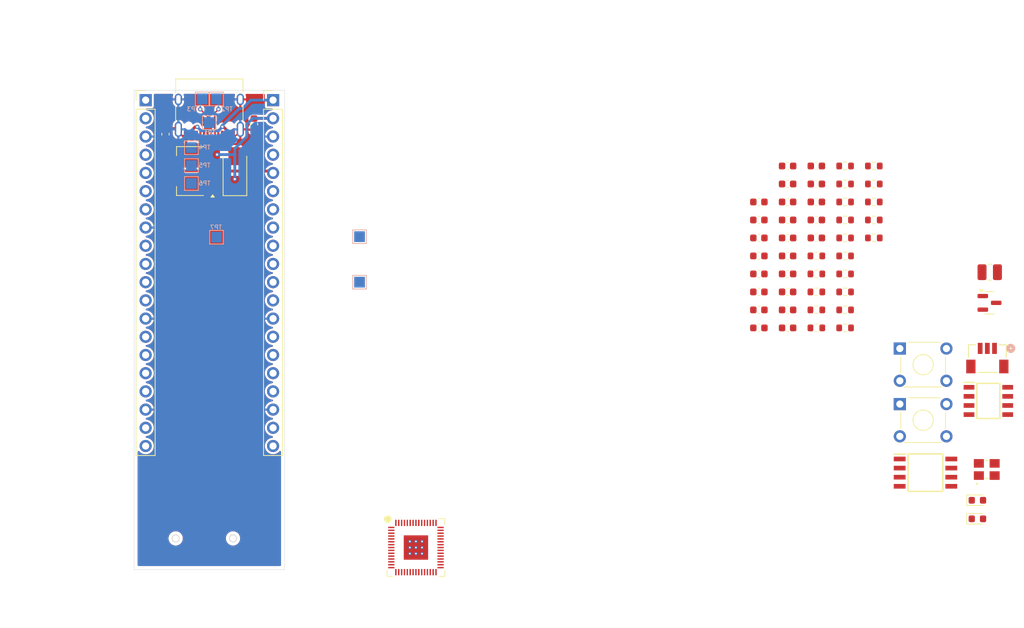
<source format=kicad_pcb>
(kicad_pcb (version 20240108) (generator "pcbnew") (generator_version "8.0")
  (layers (0 "F.Cu" signal) (31 "B.Cu" signal) (34 "B.Paste" user) (35 "F.Paste" user) (36 "B.SilkS" user "B.Silkscreen") (37 "F.SilkS" user "F.Silkscreen") (38 "B.Mask" user) (39 "F.Mask" user) (44 "Edge.Cuts" user))
  (net 0 "")
  (net 1 "+3V3")
  (net 2 "GND")
  (net 3 "+VSYS")
  (net 4 "Net-(Y1-IN{slash}OUT)")
  (net 5 "Net-(U1-XOUT)")
  (net 6 "+1V1")
  (net 7 "Net-(Q1-D)")
  (net 8 "ADV_AVDD")
  (net 9 "VBUS")
  (net 10 "Net-(D2-A)")
  (net 11 "Net-(D3-A)")
  (net 12 "QSPI_SD2")
  (net 13 "QSPI_SD3")
  (net 14 "QSPI_SCLK")
  (net 15 "QSPI_SD1")
  (net 16 "QSPI_SD0")
  (net 17 "QSPI_SS")
  (net 18 "SRAM_~{CS}")
  (net 19 "Net-(J1-Pad3)")
  (net 20 "Net-(J1-Pad1)")
  (net 21 "GPIO2")
  (net 22 "GPIO1")
  (net 23 "SPI_DO")
  (net 24 "GPIO9")
  (net 25 "GPIO5")
  (net 26 "GPIO7")
  (net 27 "GPIO11")
  (net 28 "SPI_DI")
  (net 29 "GPIO3")
  (net 30 "SD_CS")
  (net 31 "GPIO6")
  (net 32 "SPI_CK")
  (net 33 "GPIO4")
  (net 34 "GPIO10")
  (net 35 "GPIO8")
  (net 36 "GPIO21")
  (net 37 "GNDA")
  (net 38 "ADC_VREF")
  (net 39 "GPIO27")
  (net 40 "GPIO22")
  (net 41 "GPIO17")
  (net 42 "GPIO19")
  (net 43 "GPIO26")
  (net 44 "GPIO28")
  (net 45 "GPIO16")
  (net 47 "GPIO20")
  (net 48 "GPIO18")
  (net 53 "Net-(U1-VREG_LX)")
  (net 54 "GPIO29")
  (net 55 "Net-(USB_C1-CC1)")
  (net 56 "Net-(USB_C1-CC2)")
  (net 57 "GPIO24")
  (net 58 "Net-(SW1-A)")
  (net 59 "Net-(U1-XIN)")
  (net 60 "D+")
  (net 61 "Net-(U1-USB_DP)")
  (net 62 "Net-(U1-USB_DM)")
  (net 63 "D-")
  (net 64 "Net-(U1-SWCLK)")
  (net 65 "Net-(U1-SWDIO)")
  (net 66 "GPIO25")
  (net 67 "GPIO23")
  (net 69 "SW_RESET")
  (footprint "Resistor_SMD:R_0603_1608Metric" (layer "F.Cu") (at 251.0625 61.02)
    (property "Reference" "R4" (hide yes))
    (property "Value" "5.6K")
  )
  (footprint "Resistor_SMD:R_0603_1608Metric" (layer "F.Cu") (at 255.0725 45.96)
    (property "Reference" "R8" (hide yes))
    (property "Value" "10K")
  )
  (footprint "Button_Switch_THT:SW_TH_Tactile_Omron_B3F-10xx" (layer "F.Cu") (at 262.7125 66.41)
    (property "Reference" "SW1" (hide yes))
    (property "Value" "BOOTSEL")
  )
  (footprint "Capacitor_SMD:C_0603_1608Metric" (layer "F.Cu") (at 243.0425 53.49)
    (property "Reference" "C6" (hide yes))
    (property "Value" "100nF")
  )
  (footprint "Capacitor_SMD:C_0603_1608Metric" (layer "F.Cu") (at 247.0525 53.49)
    (property "Reference" "C16" (hide yes))
    (property "Value" "100nF")
  )
  (footprint "Capacitor_SMD:C_0603_1608Metric" (layer "F.Cu") (at 251.0625 40.94)
    (property "Reference" "C21" (hide yes))
    (property "Value" "100nF")
  )
  (footprint "Resistor_SMD:R_0603_1608Metric" (layer "F.Cu") (at 255.0725 43.45)
    (property "Reference" "R7" (hide yes))
    (property "Value" "10K")
  )
  (footprint "Resistor_SMD:R_0603_1608Metric" (layer "F.Cu") (at 255.0725 63.53)
    (property "Reference" "R15" (hide yes))
    (property "Value" "100K")
  )
  (footprint "Evan's Kicad Library:TF-115YY-ACP9" (layer "F.Cu") (at 168.87 81.9)
    (property "Reference" "J4" (hide yes))
    (property "Value" "TF-115YY-BCP9")
    (fp_circle (center -7.2 11) (end -6.7 11) (stroke (width 0.1)) (fill none) (layer "Edge.Cuts"))
    (fp_circle (center 0.8 11) (end 1.3 11) (stroke (width 0.1)) (fill none) (layer "Edge.Cuts"))
  )
  (footprint "Resistor_SMD:R_0603_1608Metric" (layer "F.Cu") (at 251.0625 56)
    (property "Reference" "R2" (hide yes))
    (property "Value" "5.1K")
  )
  (footprint "Capacitor_SMD:C_0603_1608Metric" (layer "F.Cu") (at 247.0525 43.45)
    (property "Reference" "C12" (hide yes))
    (property "Value" "100nF")
  )
  (footprint "Inductor_SMD:L_1008_2520Metric" (layer "F.Cu") (at 275.2525 55.76)
    (property "Reference" "L1" (hide yes))
    (property "Value" "3.3uH")
  )
  (footprint "Capacitor_SMD:C_0603_1608Metric" (layer "F.Cu") (at 160.25 36.5 90)
    (property "Reference" "C1" (hide yes))
    (property "Value" "22uF")
  )
  (footprint "Capacitor_SMD:C_0603_1608Metric" (layer "F.Cu") (at 251.0625 43.45)
    (property "Reference" "C22" (hide yes))
    (property "Value" "10uF")
  )
  (footprint "Capacitor_SMD:C_0603_1608Metric" (layer "F.Cu") (at 251.0625 48.47)
    (property "Reference" "C24" (hide yes))
    (property "Value" "10uF")
  )
  (footprint "Capacitor_SMD:C_0603_1608Metric" (layer "F.Cu") (at 243.0425 63.53)
    (property "Reference" "C10" (hide yes))
    (property "Value" "27pF")
  )
  (footprint "Capacitor_SMD:C_0603_1608Metric" (layer "F.Cu") (at 243.0425 61.02)
    (property "Reference" "C9" (hide yes))
    (property "Value" "27pF")
  )
  (footprint "Package_TO_SOT_SMD:SOT-223-3_TabPin2" (layer "F.Cu") (at 163.7 41.65 180)
    (property "Reference" "U2" (hide yes))
    (property "Value" "LD1117S33")
  )
  (footprint "Resistor_SMD:R_0603_1608Metric" (layer "F.Cu") (at 255.0725 56)
    (property "Reference" "R12" (hide yes))
    (property "Value" "27")
  )
  (footprint "Evan's Kicad Library:ECS1202033CKMTR" (layer "F.Cu") (at 274.8375 83.285)
    (property "Reference" "Y1" (hide yes))
    (property "Value" "ECS-120-20-33-CKM-TR" (hide yes))
  )
  (footprint "Package_TO_SOT_SMD:SOT-23" (layer "F.Cu") (at 275.2225 60.035)
    (property "Reference" "Q1" (hide yes))
    (property "Value" "AO3400A")
  )
  (footprint "Capacitor_SMD:C_0603_1608Metric" (layer "F.Cu") (at 251.0625 50.98)
    (property "Reference" "C25" (hide yes))
    (property "Value" "1nF")
  )
  (footprint "Evan's Kicad Library:SOIC127P790X216-8N" (layer "F.Cu") (at 266.2875 83.725)
    (property "Reference" "IC1" (hide yes))
    (property "Value" "W25Q128JVSIQ" (hide yes))
  )
  (footprint "Evan's Kicad Library:RP2350A_QFN-60_EP_7.75x7.75_Pitch0.4mm" (layer "F.Cu") (at 195.195 94.175)
    (property "Reference" "U1" (hide yes))
    (property "Value" "RP2350A-QFN60")
  )
  (footprint "LED_SMD:LED_0603_1608Metric" (layer "F.Cu") (at 273.5325 90.17)
    (property "Reference" "D3" (hide yes))
    (property "Value" "GPIO25")
  )
  (footprint "Capacitor_SMD:C_0603_1608Metric" (layer "F.Cu") (at 247.0525 45.96)
    (property "Reference" "C13" (hide yes))
    (property "Value" "100nF")
  )
  (footprint "Capacitor_SMD:C_0603_1608Metric" (layer "F.Cu") (at 247.0525 58.51)
    (property "Reference" "C18" (hide yes))
    (property "Value" "100nF")
  )
  (footprint "Resistor_SMD:R_0603_1608Metric" (layer "F.Cu") (at 255.0725 53.49)
    (property "Reference" "R11" (hide yes))
    (property "Value" "27")
  )
  (footprint "Capacitor_SMD:C_0603_1608Metric" (layer "F.Cu") (at 247.0525 63.53)
    (property "Reference" "C20" (hide yes))
    (property "Value" "100nF")
  )
  (footprint "Resistor_SMD:R_0603_1608Metric" (layer "F.Cu") (at 255.0725 50.98)
    (property "Reference" "R10" (hide yes))
    (property "Value" "1K")
  )
  (footprint "Connector_PinHeader_2.54mm:PinHeader_1x20_P2.54mm_Vertical" (layer "F.Cu") (at 157.48 31.75)
    (property "Reference" "J2" (hide yes))
    (property "Value" "Conn_01x20_Socket")
  )
  (footprint "Resistor_SMD:R_0603_1608Metric" (layer "F.Cu") (at 259.0825 40.94)
    (property "Reference" "R16" (hide yes))
    (property "Value" "100K")
  )
  (footprint "Resistor_SMD:R_0603_1608Metric" (layer "F.Cu") (at 251.0625 58.51)
    (property "Reference" "R3" (hide yes))
    (property "Value" "2.2K")
  )
  (footprint "Evan's Kicad Library:SOIC127P600X175-8N" (layer "F.Cu") (at 275.0625 73.72)
    (property "Reference" "IC2" (hide yes))
    (property "Value" "APS6404L-3SQN-SN" (hide yes))
  )
  (footprint "Capacitor_SMD:C_0603_1608Metric" (layer "F.Cu") (at 247.0525 40.94)
    (property "Reference" "C11" (hide yes))
    (property "Value" "100nF")
  )
  (footprint "Resistor_SMD:R_0603_1608Metric" (layer "F.Cu") (at 255.0725 48.47)
    (property "Reference" "R9" (hide yes))
    (property "Value" "442K")
  )
  (footprint "Connector_USB:USB_C_Receptacle_HRO_TYPE-C-31-M-12" (layer "F.Cu") (at 166.37 32.7 180)
    (property "Reference" "USB_C1" (hide yes))
    (property "Value" "TYPE-C-31-M-12")
  )
  (footprint "Button_Switch_THT:SW_TH_Tactile_Omron_B3F-10xx" (layer "F.Cu") (at 262.7125 74.16)
    (property "Reference" "SW2" (hide yes))
    (property "Value" "RESET")
  )
  (footprint "Diode_SMD:D_SMA" (layer "F.Cu") (at 169.94 41.57 90)
    (property "Reference" "D1" (hide yes))
    (property "Value" "D_Schottky")
  )
  (footprint "Resistor_SMD:R_0603_1608Metric" (layer "F.Cu") (at 251.0625 63.53)
    (property "Reference" "R5" (hide yes))
    (property "Value" "10K")
  )
  (footprint "Capacitor_SMD:C_0603_1608Metric" (layer "F.Cu") (at 247.0525 48.47)
    (property "Reference" "C14" (hide yes))
    (property "Value" "100nF")
  )
  (footprint "Connector_PinHeader_2.54mm:PinHeader_1x20_P2.54mm_Vertical" (layer "F.Cu") (at 175.26 31.75)
    (property "Reference" "J3" (hide yes))
    (property "Value" "Conn_01x20_Socket")
  )
  (footprint "Capacitor_SMD:C_0603_1608Metric" (layer "F.Cu") (at 172.6 35.1 -90)
    (property "Reference" "C2" (hide yes))
    (property "Value" "10uF")
  )
  (footprint "Resistor_SMD:R_0603_1608Metric" (layer "F.Cu") (at 251.0625 53.49)
    (property "Reference" "R1" (hide yes))
    (property "Value" "5.1K")
  )
  (footprint "Evan's Kicad Library:CONN_BM03B-SRSS-TBLFSN_JST" (layer "F.Cu") (at 274.9202 67.8183)
    (property "Reference" "J1" (hide yes))
    (property "Value" "BM03B-SRSS-TBLFSN")
  )
  (footprint "Resistor_SMD:R_0603_1608Metric" (layer "F.Cu") (at 259.0825 45.96)
    (property "Reference" "R18" (hide yes))
    (property "Value" "2.2K")
  )
  (footprint "Resistor_SMD:R_0603_1608Metric" (layer "F.Cu") (at 255.0725 58.51)
    (property "Reference" "R13" (hide yes))
    (property "Value" "100")
  )
  (footprint "Capacitor_SMD:C_0603_1608Metric" (layer "F.Cu") (at 243.0425 48.47)
    (property "Reference" "C4" (hide yes))
    (property "Value" "4.7uF")
  )
  (footprint "Capacitor_SMD:C_0603_1608Metric" (layer "F.Cu") (at 243.0425 58.51)
    (property "Reference" "C8" (hide yes))
    (property "Value" "100nF")
  )
  (footprint "Capacitor_SMD:C_0603_1608Metric" (layer "F.Cu") (at 247.0525 50.98)
    (property "Reference" "C15" (hide yes))
    (property "Value" "100nF")
  )
  (footprint "Capacitor_SMD:C_0603_1608Metric" (layer "F.Cu") (at 251.0625 45.96)
    (property "Reference" "C23" (hide yes))
    (property "Value" "1nF")
  )
  (footprint "Resistor_SMD:R_0603_1608Metric" (layer "F.Cu") (at 255.0725 61.02)
    (property "Reference" "R14" (hide yes))
    (property "Value" "100")
  )
  (footprint "Capacitor_SMD:C_0603_1608Metric" (layer "F.Cu") (at 243.0425 50.98)
    (property "Reference" "C5" (hide yes))
    (property "Value" "1uF")
  )
  (footprint "LED_SMD:LED_0603_1608Metric" (layer "F.Cu") (at 273.5325 87.58)
    (property "Reference" "D2" (hide yes))
    (property "Value" "Power")
  )
  (footprint "Capacitor_SMD:C_0603_1608Metric" (layer "F.Cu") (at 247.0525 61.02)
    (property "Reference" "C19" (hide yes))
    (property "Value" "100nF")
  )
  (footprint "Resistor_SMD:R_0603_1608Metric" (layer "F.Cu") (at 255.0725 40.94)
    (property "Reference" "R6" (hide yes))
    (property "Value" "1K")
  )
  (footprint "Capacitor_SMD:C_0603_1608Metric" (layer "F.Cu") (at 243.0425 56)
    (property "Reference" "C7" (hide yes))
    (property "Value" "10uF")
  )
  (footprint "Capacitor_SMD:C_0603_1608Metric" (layer "F.Cu") (at 243.0425 45.96)
    (property "Reference" "C3" (hide yes))
    (property "Value" "100nF")
  )
  (footprint "Resistor_SMD:R_0603_1608Metric" (layer "F.Cu") (at 259.0825 43.45)
    (property "Reference" "R17" (hide yes))
    (property "Value" "100K")
  )
  (footprint "Resistor_SMD:R_0603_1608Metric" (layer "F.Cu") (at 259.0825 50.98)
    (property "Reference" "R20" (hide yes))
    (property "Value" "200")
  )
  (footprint "Capacitor_SMD:C_0603_1608Metric" (layer "F.Cu") (at 247.0525 56)
    (property "Reference" "C17" (hide yes))
    (property "Value" "100nF")
  )
  (footprint "Resistor_SMD:R_0603_1608Metric" (layer "F.Cu") (at 259.0825 48.47)
    (property "Reference" "R19" (hide yes))
    (property "Value" "1")
  )
  (footprint "TestPoint:TestPoint_Pad_1.5x1.5mm" (layer "B.Cu") (at 163.87 43.38 180)
    (property "Reference" "TP6")
    (property "Value" "BOOTSEL")
  )
  (footprint "TestPoint:TestPoint_Pad_1.5x1.5mm" (layer "B.Cu") (at 163.87 40.88 180)
    (property "Reference" "TP5")
    (property "Value" "GPIO25")
  )
  (footprint "TestPoint:TestPoint_Pad_1.5x1.5mm" (layer "B.Cu") (at 165.37 31.58 180)
    (property "Reference" "TP3")
    (property "Value" "USB DP")
  )
  (footprint "TestPoint:TestPoint_Pad_1.5x1.5mm" (layer "B.Cu") (at 167.37 31.58 180)
    (property "Reference" "TP2")
    (property "Value" "USB DM")
  )
  (footprint "TestPoint:TestPoint_Pad_1.5x1.5mm" (layer "B.Cu") (at 163.87 38.38 180)
    (property "Reference" "TP4")
    (property "Value" "GPIO23")
  )
  (footprint "TestPoint:TestPoint_Pad_1.5x1.5mm" (layer "B.Cu") (at 167.37 50.88 180)
    (property "Reference" "TP7")
    (property "Value" "1V1")
  )
  (footprint "TestPoint:TestPoint_Pad_1.5x1.5mm" (layer "B.Cu") (at 187.325 50.8 180)
    (property "Reference" "TP10" (hide yes))
    (property "Value" "GPIO29")
  )
  (footprint "TestPoint:TestPoint_Pad_1.5x1.5mm" (layer "B.Cu") (at 187.325 57.15 180)
    (property "Reference" "TP11" (hide yes))
    (property "Value" "GPIO24")
  )
  (footprint "TestPoint:TestPoint_Pad_1.5x1.5mm" (layer "B.Cu") (at 166.37 34.88 180)
    (property "Reference" "TP1")
    (property "Value" "GND")
  )
  (gr_rect (start 155.87 30.38) (end 176.87 97.255) (stroke (width 0.05)) (fill none) (layer "Edge.Cuts"))
  (segment (start 175 41.65) (end 175.26 41.91) (width 0.4) (layer "F.Cu") (net 1))
  (segment (start 166.85 41.65) (end 160.55 41.65) (width 0.4) (layer "F.Cu") (net 1))
  (segment (start 160.25 37.275) (end 160.25 41.35) (width 0.4) (layer "F.Cu") (net 1))
  (segment (start 166.85 41.65) (end 175 41.65) (width 0.4) (layer "F.Cu") (net 1))
  (segment (start 160.25 41.35) (end 160.55 41.65) (width 0.4) (layer "F.Cu") (net 1))
  (segment (start 169.7 35.83) (end 169.6 35.93) (width 0.2) (layer "F.Cu") (net 2))
  (segment (start 170.015 36.745) (end 170.69 36.07) (width 0.2) (layer "F.Cu") (net 2))
  (segment (start 163.03 35.83) (end 163.14 35.94) (width 0.2) (layer "F.Cu") (net 2))
  (segment (start 160.25 35.725) (end 161.945 35.725) (width 0.4) (layer "F.Cu") (net 2))
  (segment (start 170.69 36.07) (end 170.69 35.83) (width 0.2) (layer "F.Cu") (net 2))
  (segment (start 169.62 36.745) (end 170.015 36.745) (width 0.2) (layer "F.Cu") (net 2))
  (segment (start 162.59 36.745) (end 162.05 36.205) (width 0.2) (layer "F.Cu") (net 2))
  (segment (start 161.945 35.725) (end 162.05 35.83) (width 0.4) (layer "F.Cu") (net 2))
  (segment (start 163.12 36.745) (end 162.59 36.745) (width 0.2) (layer "F.Cu") (net 2))
  (segment (start 162.05 35.83) (end 163.03 35.83) (width 0.2) (layer "F.Cu") (net 2))
  (segment (start 162.05 36.205) (end 162.05 35.83) (width 0.2) (layer "F.Cu") (net 2))
  (segment (start 170.69 35.83) (end 169.7 35.83) (width 0.2) (layer "F.Cu") (net 2))
  (segment (start 175.26 34.29) (end 172.635 34.29) (width 0.4) (layer "F.Cu") (net 3))
  (segment (start 172.635 34.29) (end 172.6 34.325) (width 0.4) (layer "F.Cu") (net 3))
  (via (at 169.92 42.77) (size 0.6) (drill 0.3) (layers "F.Cu" "B.Cu") (net 3))
  (via (at 167.45 39.35) (size 0.6) (drill 0.3) (layers "F.Cu" "B.Cu") (net 3))
  (segment (start 167.45 39.35) (end 169.87 39.35) (width 0.4) (layer "B.Cu") (net 3))
  (segment (start 171.59 36.85) (end 171.59 35.12) (width 0.4) (layer "B.Cu") (net 3))
  (segment (start 169.92 39.3) (end 169.92 38.52) (width 0.4) (layer "B.Cu") (net 3))
  (segment (start 171.59 35.12) (end 172.42 34.29) (width 0.4) (layer "B.Cu") (net 3))
  (segment (start 169.87 39.35) (end 169.92 39.3) (width 0.4) (layer "B.Cu") (net 3))
  (segment (start 169.92 42.77) (end 169.92 39.3) (width 0.4) (layer "B.Cu") (net 3))
  (segment (start 172.42 34.29) (end 175.26 34.29) (width 0.4) (layer "B.Cu") (net 3))
  (segment (start 169.92 38.52) (end 171.59 36.85) (width 0.4) (layer "B.Cu") (net 3))
  (segment (start 163.92 36.745) (end 163.92 35.956016) (width 0.4) (layer "F.Cu") (net 9))
  (segment (start 168.82 36.745) (end 168.82 35.956016) (width 0.4) (layer "F.Cu") (net 9))
  (segment (start 164.68 35.48) (end 164.67 35.5) (width 0.4) (layer "F.Cu") (net 9))
  (segment (start 163.92 35.956016) (end 164.376016 35.5) (width 0.4) (layer "F.Cu") (net 9))
  (segment (start 168.82 35.956016) (end 168.343984 35.48) (width 0.4) (layer "F.Cu") (net 9))
  (segment (start 168.2 35.48) (end 168.19 35.47) (width 0.4) (layer "F.Cu") (net 9))
  (segment (start 164.376016 35.5) (end 164.68 35.48) (width 0.4) (layer "F.Cu") (net 9))
  (segment (start 168.19 35.47) (end 168.18 35.48) (width 0.4) (layer "F.Cu") (net 9))
  (segment (start 168.82 36.745) (end 168.82 38.45) (width 0.4) (layer "F.Cu") (net 9))
  (segment (start 168.82 38.45) (end 169.94 39.57) (width 0.4) (layer "F.Cu") (net 9))
  (segment (start 168.343984 35.48) (end 168.2 35.48) (width 0.4) (layer "F.Cu") (net 9))
  (segment (start 168.18 35.48) (end 168.17 35.48) (width 0.4) (layer "F.Cu") (net 9))
  (via (at 168.19 35.47) (size 0.6) (drill 0.3) (layers "F.Cu" "B.Cu") (net 9))
  (via (at 164.68 35.48) (size 0.6) (drill 0.3) (layers "F.Cu" "B.Cu") (net 9))
  (segment (start 168.19 35.273984) (end 168.19 35.47) (width 0.4) (layer "B.Cu") (net 9))
  (segment (start 175.26 31.75) (end 172.162792 31.75) (width 0.4) (layer "B.Cu") (net 9))
  (segment (start 170.976396 32.936396) (end 170.527588 32.936396) (width 0.4) (layer "B.Cu") (net 9))
  (segment (start 168.19 35.47) (end 167.63 36.03) (width 0.4) (layer "B.Cu") (net 9))
  (segment (start 172.162792 31.75) (end 170.976396 32.936396) (width 0.4) (layer "B.Cu") (net 9))
  (segment (start 167.63 36.03) (end 165.23 36.03) (width 0.4) (layer "B.Cu") (net 9))
  (segment (start 170.527588 32.936396) (end 168.19 35.273984) (width 0.4) (layer "B.Cu") (net 9))
  (segment (start 165.23 36.03) (end 164.68 35.48) (width 0.4) (layer "B.Cu") (net 9))
  (segment (start 166.62 35.56) (end 166.62 35.73) (width 0.2) (layer "F.Cu") (net 60))
  (segment (start 166.61 35.72) (end 166.62 35.73) (width 0.2) (layer "F.Cu") (net 60))
  (segment (start 165.62 36.745) (end 165.62 35.83) (width 0.2) (layer "F.Cu") (net 60))
  (segment (start 166.62 35.73) (end 166.62 36.745) (width 0.2) (layer "F.Cu") (net 60))
  (segment (start 165.1 33.02) (end 166.62 34.54) (width 0.2) (layer "F.Cu") (net 60))
  (segment (start 165.73 35.72) (end 166.61 35.72) (width 0.2) (layer "F.Cu") (net 60))
  (segment (start 166.62 34.54) (end 166.62 35.56) (width 0.2) (layer "F.Cu") (net 60))
  (segment (start 165.62 35.83) (end 165.73 35.72) (width 0.2) (layer "F.Cu") (net 60))
  (via (at 165.1 33.02) (size 0.6) (drill 0.3) (layers "F.Cu" "B.Cu") (net 60))
  (segment (start 165.1 31.85) (end 165.37 31.58) (width 0.2) (layer "B.Cu") (net 60))
  (segment (start 165.1 33.02) (end 165.1 31.85) (width 0.2) (layer "B.Cu") (net 60))
  (segment (start 166.12 36.745) (end 166.12 37.72) (width 0.2) (layer "F.Cu") (net 63))
  (segment (start 166.17 37.77) (end 167.07 37.77) (width 0.2) (layer "F.Cu") (net 63))
  (segment (start 167.12 37.72) (end 167.12 36.745) (width 0.2) (layer "F.Cu") (net 63))
  (segment (start 166.12 37.72) (end 166.17 37.77) (width 0.2) (layer "F.Cu") (net 63))
  (segment (start 167.12 33.54) (end 167.64 33.02) (width 0.2) (layer "F.Cu") (net 63))
  (segment (start 167.12 36.745) (end 167.12 33.54) (width 0.2) (layer "F.Cu") (net 63))
  (segment (start 167.07 37.77) (end 167.12 37.72) (width 0.2) (layer "F.Cu") (net 63))
  (via (at 167.64 33.02) (size 0.6) (drill 0.3) (layers "F.Cu" "B.Cu") (net 63))
  (segment (start 167.64 31.85) (end 167.37 31.58) (width 0.2) (layer "B.Cu") (net 63))
  (segment (start 167.64 33.02) (end 167.64 31.85) (width 0.2) (layer "B.Cu") (net 63))
  (zone (net 2) (net_name "GND") (layers "F&B.Cu") (connect_pads (clearance 0.3)) (min_thickness 0.25) (fill yes (thermal_gap 0.3) (thermal_bridge_width 0.3))
    (polygon (pts (xy 152.4 17.78) (xy 186.69 18.415) (xy 186.055 104.14) (xy 143.51 105.41) (xy 137.16 20.955)))
  )
)
</source>
